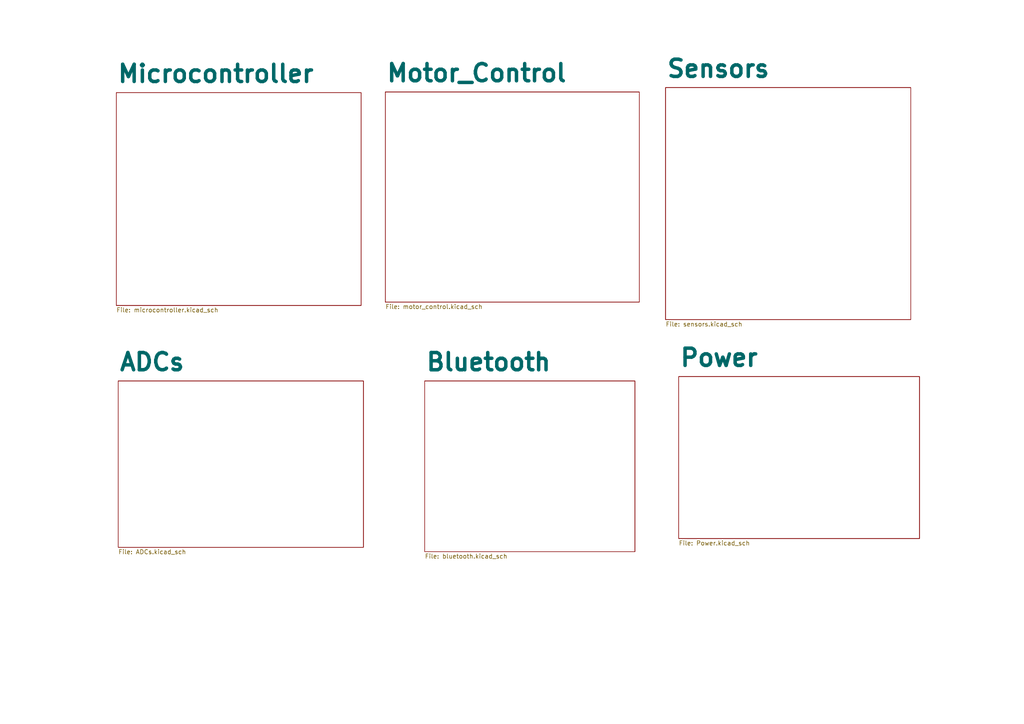
<source format=kicad_sch>
(kicad_sch (version 20211123) (generator eeschema)
  (paper "A4")
  (lib_symbols)
  (sheet (at 111.76 26.67) (size 73.66 60.96) (stroke (width 0.1524))
    (property "Sheet name" "Motor_Control" (at 111.76 24.0934 0) (effects (font (size 5 5) bold) (justify left bottom)))
    (property "Sheet file" "motor_control.kicad_sch" (at 111.76 88.2146 0) (effects (justify left top)))
  )
  (sheet (at 123.19 110.49) (size 60.96 49.53) (stroke (width 0.1524))
    (property "Sheet name" "Bluetooth" (at 123.19 107.9134 0) (effects (font (size 5 5) bold) (justify left bottom)))
    (property "Sheet file" "bluetooth.kicad_sch" (at 123.19 160.6046 0) (effects (justify left top)))
  )
  (sheet (at 193.04 25.4) (size 71.12 67.31) (stroke (width 0.1524))
    (property "Sheet name" "Sensors" (at 193.04 22.8234 0) (effects (font (size 5 5) bold) (justify left bottom)))
    (property "Sheet file" "sensors.kicad_sch" (at 193.04 93.2946 0) (effects (justify left top)))
  )
  (sheet (at 196.85 109.22) (size 69.85 46.99) (stroke (width 0.1524))
    (property "Sheet name" "Power" (at 196.85 106.6434 0) (effects (font (size 5 5) bold) (justify left bottom)))
    (property "Sheet file" "Power.kicad_sch" (at 196.85 156.7946 0) (effects (justify left top)))
  )
  (sheet (at 33.7312 26.8732) (size 71.0184 61.722) (stroke (width 0.1524))
    (property "Sheet name" "Microcontroller" (at 33.7312 24.2966 0) (effects (font (size 5 5) bold) (justify left bottom)))
    (property "Sheet file" "microcontroller.kicad_sch" (at 33.7312 89.1798 0) (effects (justify left top)))
  )
  (sheet (at 34.29 110.49) (size 71.12 48.26) (stroke (width 0.1524))
    (property "Sheet name" "ADCs" (at 34.29 107.9134 0) (effects (font (size 5 5) bold) (justify left bottom)))
    (property "Sheet file" "ADCs.kicad_sch" (at 34.29 159.3346 0) (effects (justify left top)))
  )
)
</source>
